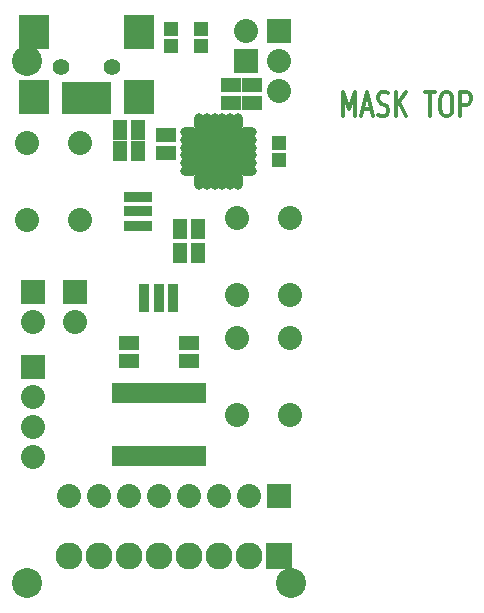
<source format=gts>
G04 (created by PCBNEW-RS274X (2012-01-19 BZR 3256)-stable) date 12/5/2012 8:15:46 PM*
G01*
G70*
G90*
%MOIN*%
G04 Gerber Fmt 3.4, Leading zero omitted, Abs format*
%FSLAX34Y34*%
G04 APERTURE LIST*
%ADD10C,0.006000*%
%ADD11C,0.012000*%
%ADD12R,0.157800X0.157800*%
%ADD13O,0.059400X0.031800*%
%ADD14O,0.031800X0.059400*%
%ADD15C,0.055000*%
%ADD16R,0.099000X0.118000*%
%ADD17R,0.040000X0.111000*%
%ADD18C,0.080000*%
%ADD19R,0.036000X0.070000*%
%ADD20R,0.065000X0.045000*%
%ADD21R,0.045000X0.065000*%
%ADD22R,0.051400X0.051400*%
%ADD23R,0.080000X0.080000*%
%ADD24C,0.100000*%
%ADD25C,0.090000*%
%ADD26R,0.090000X0.090000*%
%ADD27R,0.035700X0.094800*%
%ADD28R,0.094800X0.035700*%
G04 APERTURE END LIST*
G54D10*
G54D11*
X71143Y-33824D02*
X71143Y-33024D01*
X71343Y-33595D01*
X71543Y-33024D01*
X71543Y-33824D01*
X71800Y-33595D02*
X72086Y-33595D01*
X71743Y-33824D02*
X71943Y-33024D01*
X72143Y-33824D01*
X72314Y-33786D02*
X72400Y-33824D01*
X72543Y-33824D01*
X72600Y-33786D01*
X72629Y-33748D01*
X72657Y-33671D01*
X72657Y-33595D01*
X72629Y-33519D01*
X72600Y-33481D01*
X72543Y-33443D01*
X72429Y-33405D01*
X72371Y-33367D01*
X72343Y-33329D01*
X72314Y-33252D01*
X72314Y-33176D01*
X72343Y-33100D01*
X72371Y-33062D01*
X72429Y-33024D01*
X72571Y-33024D01*
X72657Y-33062D01*
X72914Y-33824D02*
X72914Y-33024D01*
X73257Y-33824D02*
X73000Y-33367D01*
X73257Y-33024D02*
X72914Y-33481D01*
X73885Y-33024D02*
X74228Y-33024D01*
X74057Y-33824D02*
X74057Y-33024D01*
X74542Y-33024D02*
X74656Y-33024D01*
X74714Y-33062D01*
X74771Y-33138D01*
X74799Y-33290D01*
X74799Y-33557D01*
X74771Y-33710D01*
X74714Y-33786D01*
X74656Y-33824D01*
X74542Y-33824D01*
X74485Y-33786D01*
X74428Y-33710D01*
X74399Y-33557D01*
X74399Y-33290D01*
X74428Y-33138D01*
X74485Y-33062D01*
X74542Y-33024D01*
X75057Y-33824D02*
X75057Y-33024D01*
X75285Y-33024D01*
X75343Y-33062D01*
X75371Y-33100D01*
X75400Y-33176D01*
X75400Y-33290D01*
X75371Y-33367D01*
X75343Y-33405D01*
X75285Y-33443D01*
X75057Y-33443D01*
G54D12*
X67000Y-35000D03*
G54D13*
X67986Y-35640D03*
X67984Y-35384D03*
X67984Y-35128D03*
X67984Y-34872D03*
X67984Y-34616D03*
X67984Y-34360D03*
G54D14*
X67640Y-34016D03*
X67384Y-34016D03*
X67128Y-34016D03*
X66872Y-34016D03*
X66616Y-34016D03*
X66360Y-34016D03*
G54D13*
X66016Y-34360D03*
X66016Y-34616D03*
X66016Y-34872D03*
X66016Y-35128D03*
X66016Y-35384D03*
X66016Y-35640D03*
G54D14*
X66360Y-35984D03*
X66616Y-35984D03*
X66872Y-35984D03*
X67128Y-35984D03*
X67384Y-35984D03*
X67640Y-35984D03*
G54D15*
X61735Y-32200D03*
G54D16*
X64350Y-31020D03*
X60850Y-31020D03*
X60850Y-33190D03*
G54D17*
X63220Y-33225D03*
X61980Y-33225D03*
X62290Y-33225D03*
X62910Y-33225D03*
X62600Y-33225D03*
G54D16*
X64350Y-33190D03*
G54D15*
X63465Y-32200D03*
G54D18*
X67615Y-39780D03*
X67615Y-37220D03*
X69385Y-39780D03*
X69385Y-37220D03*
X62385Y-34720D03*
X62385Y-37280D03*
X60615Y-34720D03*
X60615Y-37280D03*
X67615Y-43780D03*
X67615Y-41220D03*
X69385Y-43780D03*
X69385Y-41220D03*
G54D19*
X63600Y-45150D03*
X63850Y-45150D03*
X64110Y-45150D03*
X64370Y-45150D03*
X64620Y-45150D03*
X64880Y-45150D03*
X65140Y-45150D03*
X65390Y-45150D03*
X65650Y-45150D03*
X65900Y-45150D03*
X66160Y-45150D03*
X66420Y-45150D03*
X66430Y-43050D03*
X66160Y-43050D03*
X65900Y-43050D03*
X65650Y-43050D03*
X65390Y-43050D03*
X65140Y-43050D03*
X64880Y-43050D03*
X64620Y-43050D03*
X64370Y-43050D03*
X64110Y-43050D03*
X63850Y-43050D03*
X63600Y-43050D03*
G54D20*
X68100Y-33400D03*
X68100Y-32800D03*
X67400Y-33400D03*
X67400Y-32800D03*
X65250Y-35050D03*
X65250Y-34450D03*
G54D21*
X65700Y-37600D03*
X66300Y-37600D03*
X65700Y-38400D03*
X66300Y-38400D03*
X63700Y-35000D03*
X64300Y-35000D03*
X63700Y-34300D03*
X64300Y-34300D03*
G54D20*
X64000Y-41400D03*
X64000Y-42000D03*
X66000Y-41400D03*
X66000Y-42000D03*
G54D22*
X69000Y-35295D03*
X69000Y-34705D03*
X65400Y-31495D03*
X65400Y-30905D03*
X66400Y-31495D03*
X66400Y-30905D03*
G54D18*
X63000Y-46500D03*
X64000Y-46500D03*
X62000Y-46500D03*
X65000Y-46500D03*
X66000Y-46500D03*
G54D23*
X69000Y-46500D03*
G54D18*
X68000Y-46500D03*
X67000Y-46500D03*
G54D23*
X69000Y-31000D03*
G54D18*
X69000Y-32000D03*
X69000Y-33000D03*
G54D23*
X62200Y-39700D03*
G54D18*
X62200Y-40700D03*
G54D23*
X60800Y-39700D03*
G54D18*
X60800Y-40700D03*
G54D23*
X67900Y-32000D03*
G54D18*
X67900Y-31000D03*
X60800Y-45200D03*
G54D23*
X60800Y-42200D03*
G54D18*
X60800Y-43200D03*
X60800Y-44200D03*
G54D24*
X60600Y-49400D03*
X60600Y-32000D03*
X69400Y-49400D03*
G54D25*
X63000Y-48500D03*
X64000Y-48500D03*
X62000Y-48500D03*
X65000Y-48500D03*
X66000Y-48500D03*
G54D26*
X69000Y-48500D03*
G54D25*
X68000Y-48500D03*
X67000Y-48500D03*
G54D27*
X65472Y-39900D03*
X65000Y-39900D03*
X64528Y-39900D03*
G54D28*
X64300Y-36528D03*
X64300Y-37000D03*
X64300Y-37472D03*
M02*

</source>
